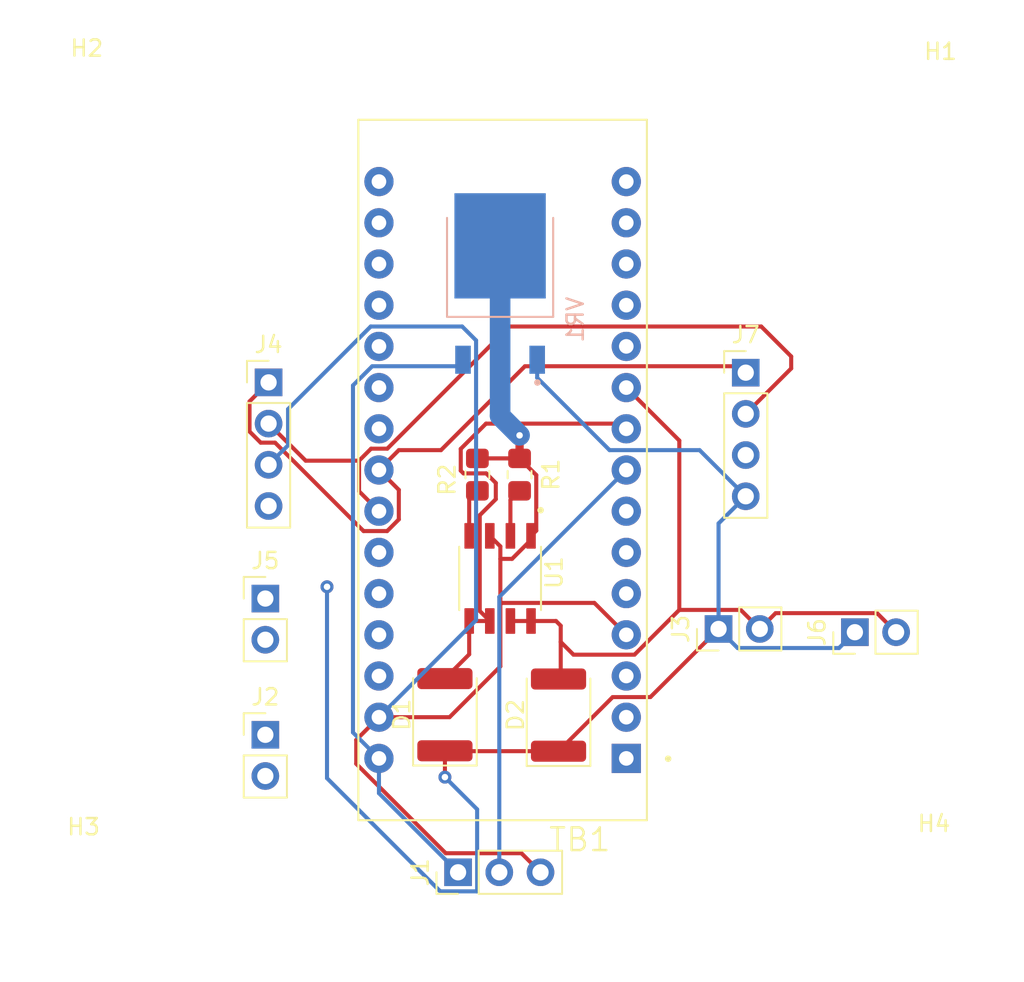
<source format=kicad_pcb>
(kicad_pcb (version 20211014) (generator pcbnew)
  (layers (0 "F.Cu" signal) (31 "B.Cu" signal) (34 "B.Paste" user) (35 "F.Paste" user) (36 "B.SilkS" user "B.Silkscreen") (37 "F.SilkS" user "F.Silkscreen") (38 "B.Mask" user) (39 "F.Mask" user) (44 "Edge.Cuts" user))
  (net 0 "")
  (net 1 "VCC")
  (net 2 "/SOL1")
  (net 3 "/SOL2")
  (net 4 "/LED")
  (net 5 "GND")
  (net 6 "/SDA")
  (net 7 "/SCL")
  (net 8 "/Gate 1")
  (net 9 "/Gate 2")
  (net 31 "/5V")
  (footprint "Connector_PinHeader_2.54mm:PinHeader_1x02_P2.54mm_Vertical" (layer "F.Cu") (at 147.6 93.725)
    (fp_text reference "J5" (at 0 -2.33) (layer "F.SilkS"))
    (fp_text value "Conn_01x02_Male")
    (fp_line (start -1.33 1.27) (end -1.33 3.87) (layer "F.SilkS") (width 0.12))
    (fp_line (start -1.33 0) (end -1.33 -1.33) (layer "F.SilkS") (width 0.12))
    (fp_line (start -1.33 -1.33) (end 0 -1.33) (layer "F.SilkS") (width 0.12))
    (fp_line (start -1.33 1.27) (end 1.33 1.27) (layer "F.SilkS") (width 0.12))
    (fp_line (start 1.33 1.27) (end 1.33 3.87) (layer "F.SilkS") (width 0.12))
    (fp_line (start -1.33 3.87) (end 1.33 3.87) (layer "F.SilkS") (width 0.12))
    (pad "1" thru_hole rect (at 0 0) (size 1.7 1.7) (drill 1) (layers *.Cu *.Mask) (net 1 "VCC"))
    (pad "2" thru_hole oval (at 0 2.54) (size 1.7 1.7) (drill 1) (layers *.Cu *.Mask) (net 2 "/SOL1"))
  )
  (footprint "footprints:MountingHole_3.2mm_M3" (layer "F.Cu") (at 189.2 64.2)
    (fp_text reference "H1" (at 0 -4.2) (layer "F.SilkS"))
    (fp_text value "MountingHole")
    (pad "" np_thru_hole circle locked (at 0 0) (size 3.2 3.2) (drill 3.2) (layers *.Cu *.Mask))
  )
  (footprint "Resistor_SMD:R_0805_2012Metric_Pad1.20x1.40mm_HandSolder" (layer "F.Cu") (at 163.265 86.085 -90)
    (fp_text reference "R1" (at 0 -1.935 90) (layer "F.SilkS"))
    (fp_text value "10k")
    (fp_line (start -0.227064 0.735) (end 0.227064 0.735) (layer "F.SilkS") (width 0.12))
    (fp_line (start -0.227064 -0.735) (end 0.227064 -0.735) (layer "F.SilkS") (width 0.12))
    (pad "1" smd roundrect (at -1 0 270) (size 1.2 1.4) (layers "F.Cu" "F.Paste" "F.Mask") (roundrect_rratio 0.208333) (net 5 "GND"))
    (pad "2" smd roundrect (at 1 0 270) (size 1.2 1.4) (layers "F.Cu" "F.Paste" "F.Mask") (roundrect_rratio 0.208333) (net 8 "/Gate 1"))
  )
  (footprint "Connector_PinHeader_2.54mm:PinHeader_1x04_P2.54mm_Vertical" (layer "F.Cu") (at 177.2 79.8)
    (fp_text reference "J7" (at 0 -2.33) (layer "F.SilkS"))
    (fp_text value "Conn_01x04_Male")
    (fp_line (start -1.33 -1.33) (end 0 -1.33) (layer "F.SilkS") (width 0.12))
    (fp_line (start 1.33 1.27) (end 1.33 8.95) (layer "F.SilkS") (width 0.12))
    (fp_line (start -1.33 1.27) (end -1.33 8.95) (layer "F.SilkS") (width 0.12))
    (fp_line (start -1.33 8.95) (end 1.33 8.95) (layer "F.SilkS") (width 0.12))
    (fp_line (start -1.33 1.27) (end 1.33 1.27) (layer "F.SilkS") (width 0.12))
    (fp_line (start -1.33 0) (end -1.33 -1.33) (layer "F.SilkS") (width 0.12))
    (pad "1" thru_hole rect (at 0 0) (size 1.7 1.7) (drill 1) (layers *.Cu *.Mask) (net 6 "/SDA"))
    (pad "2" thru_hole oval (at 0 2.54) (size 1.7 1.7) (drill 1) (layers *.Cu *.Mask) (net 7 "/SCL"))
    (pad "3" thru_hole oval (at 0 5.08) (size 1.7 1.7) (drill 1) (layers *.Cu *.Mask) (net 5 "GND"))
    (pad "4" thru_hole oval (at 0 7.62) (size 1.7 1.7) (drill 1) (layers *.Cu *.Mask) (net 1 "VCC"))
  )
  (footprint "Connector_PinHeader_2.54mm:PinHeader_1x02_P2.54mm_Vertical" (layer "F.Cu") (at 147.6 102.125)
    (fp_text reference "J2" (at 0 -2.33) (layer "F.SilkS"))
    (fp_text value "Conn_01x02_Male")
    (fp_line (start -1.33 1.27) (end 1.33 1.27) (layer "F.SilkS") (width 0.12))
    (fp_line (start 1.33 1.27) (end 1.33 3.87) (layer "F.SilkS") (width 0.12))
    (fp_line (start -1.33 0) (end -1.33 -1.33) (layer "F.SilkS") (width 0.12))
    (fp_line (start -1.33 -1.33) (end 0 -1.33) (layer "F.SilkS") (width 0.12))
    (fp_line (start -1.33 3.87) (end 1.33 3.87) (layer "F.SilkS") (width 0.12))
    (fp_line (start -1.33 1.27) (end -1.33 3.87) (layer "F.SilkS") (width 0.12))
    (pad "1" thru_hole rect (at 0 0) (size 1.7 1.7) (drill 1) (layers *.Cu *.Mask) (net 1 "VCC"))
    (pad "2" thru_hole oval (at 0 2.54) (size 1.7 1.7) (drill 1) (layers *.Cu *.Mask) (net 2 "/SOL1"))
  )
  (footprint ".pretty:SHIELD_ARDUINO_NANO" (layer "F.Cu") (at 162.22 85.8 180)
    (fp_text reference "TB1" (at -4.755 -22.789) (layer "F.SilkS") (effects (font (size 1.4 1.4))))
    (fp_text value "ARDUINO_NANO")
    (fp_line (start -8.89 -21.59) (end 8.89 -21.59) (layer "F.SilkS") (width 0.127))
    (fp_line (start -8.89 21.59) (end -8.89 -21.59) (layer "F.SilkS") (width 0.127))
    (fp_line (start 8.89 21.59) (end -8.89 21.59) (layer "F.SilkS") (width 0.127))
    (fp_line (start 8.89 -21.59) (end 8.89 21.59) (layer "F.SilkS") (width 0.127))
    (fp_circle (center -10.2 -17.8) (end -10.1 -17.8) (layer "F.SilkS") (width 0.2) (fill none))
    (pad "1" thru_hole rect locked (at -7.62 -17.78 180) (size 1.8 1.8) (drill 0.9) (layers *.Cu *.Mask))
    (pad "2" thru_hole circle locked (at -7.62 -15.24 180) (size 1.8 1.8) (drill 0.9) (layers *.Cu *.Mask))
    (pad "3" thru_hole circle locked (at -7.62 -12.7 180) (size 1.8 1.8) (drill 0.9) (layers *.Cu *.Mask))
    (pad "4" thru_hole circle locked (at -7.62 -10.16 180) (size 1.8 1.8) (drill 0.9) (layers *.Cu *.Mask) (net 5 "GND"))
    (pad "5" thru_hole circle locked (at -7.62 -7.62 180) (size 1.8 1.8) (drill 0.9) (layers *.Cu *.Mask))
    (pad "6" thru_hole circle locked (at -7.62 -5.08 180) (size 1.8 1.8) (drill 0.9) (layers *.Cu *.Mask))
    (pad "7" thru_hole circle locked (at -7.62 -2.54 180) (size 1.8 1.8) (drill 0.9) (layers *.Cu *.Mask))
    (pad "8" thru_hole circle locked (at -7.62 0 180) (size 1.8 1.8) (drill 0.9) (layers *.Cu *.Mask) (net 4 "/LED"))
    (pad "9" thru_hole circle locked (at -7.62 2.54 180) (size 1.8 1.8) (drill 0.9) (layers *.Cu *.Mask) (net 2 "/SOL1"))
    (pad "10" thru_hole circle locked (at -7.62 5.08 180) (size 1.8 1.8) (drill 0.9) (layers *.Cu *.Mask) (net 3 "/SOL2"))
    (pad "11" thru_hole circle locked (at -7.62 7.62 180) (size 1.8 1.8) (drill 0.9) (layers *.Cu *.Mask))
    (pad "12" thru_hole circle locked (at -7.62 10.16 180) (size 1.8 1.8) (drill 0.9) (layers *.Cu *.Mask))
    (pad "13" thru_hole circle locked (at -7.62 12.7 180) (size 1.8 1.8) (drill 0.9) (layers *.Cu *.Mask))
    (pad "14" thru_hole circle locked (at -7.62 15.24 180) (size 1.8 1.8) (drill 0.9) (layers *.Cu *.Mask))
    (pad "15" thru_hole circle locked (at -7.62 17.78 180) (size 1.8 1.8) (drill 0.9) (layers *.Cu *.Mask))
    (pad "16" thru_hole circle locked (at 7.62 17.78 180) (size 1.8 1.8) (drill 0.9) (layers *.Cu *.Mask))
    (pad "17" thru_hole circle locked (at 7.62 15.24 180) (size 1.8 1.8) (drill 0.9) (layers *.Cu *.Mask))
    (pad "18" thru_hole circle locked (at 7.62 12.7 180) (size 1.8 1.8) (drill 0.9) (layers *.Cu *.Mask))
    (pad "19" thru_hole circle locked (at 7.62 10.16 180) (size 1.8 1.8) (drill 0.9) (layers *.Cu *.Mask))
    (pad "20" thru_hole circle locked (at 7.62 7.62 180) (size 1.8 1.8) (drill 0.9) (layers *.Cu *.Mask))
    (pad "21" thru_hole circle locked (at 7.62 5.08 180) (size 1.8 1.8) (drill 0.9) (layers *.Cu *.Mask))
    (pad "22" thru_hole circle locked (at 7.62 2.54 180) (size 1.8 1.8) (drill 0.9) (layers *.Cu *.Mask))
    (pad "23" thru_hole circle locked (at 7.62 0 180) (size 1.8 1.8) (drill 0.9) (layers *.Cu *.Mask) (net 6 "/SDA"))
    (pad "24" thru_hole circle locked (at 7.62 -2.54 180) (size 1.8 1.8) (drill 0.9) (layers *.Cu *.Mask) (net 7 "/SCL"))
    (pad "25" thru_hole circle locked (at 7.62 -5.08 180) (size 1.8 1.8) (drill 0.9) (layers *.Cu *.Mask))
    (pad "26" thru_hole circle locked (at 7.62 -7.62 180) (size 1.8 1.8) (drill 0.9) (layers *.Cu *.Mask))
    (pad "27" thru_hole circle locked (at 7.62 -10.16 180) (size 1.8 1.8) (drill 0.9) (layers *.Cu *.Mask))
    (pad "28" thru_hole circle locked (at 7.62 -12.7 180) (size 1.8 1.8) (drill 0.9) (layers *.Cu *.Mask))
    (pad "29" thru_hole circle locked (at 7.62 -15.24 180) (size 1.8 1.8) (drill 0.9) (layers *.Cu *.Mask) (net 5 "GND"))
    (pad "30" thru_hole circle locked (at 7.62 -17.78 180) (size 1.8 1.8) (drill 0.9) (layers *.Cu *.Mask) (net 31 "/5V"))
  )
  (footprint "Diode_SMD:D_1812_4532Metric_Pad1.30x3.40mm_HandSolder" (layer "F.Cu") (at 165.665 100.91 90)
    (fp_text reference "D2" (at 0 -2.65 90) (layer "F.SilkS"))
    (fp_text value "D")
    (fp_line (start -3.135 -1.96) (end -3.135 1.96) (layer "F.SilkS") (width 0.12))
    (fp_line (start 2.25 -1.96) (end -3.135 -1.96) (layer "F.SilkS") (width 0.12))
    (fp_line (start -3.135 1.96) (end 2.25 1.96) (layer "F.SilkS") (width 0.12))
    (pad "1" smd roundrect (at -2.225 0 90) (size 1.3 3.4) (layers "F.Cu" "F.Paste" "F.Mask") (roundrect_rratio 0.192308) (net 1 "VCC"))
    (pad "2" smd roundrect (at 2.225 0 90) (size 1.3 3.4) (layers "F.Cu" "F.Paste" "F.Mask") (roundrect_rratio 0.192308) (net 3 "/SOL2"))
  )
  (footprint "Resistor_SMD:R_0805_2012Metric_Pad1.20x1.40mm_HandSolder" (layer "F.Cu") (at 160.665 86.085 -90)
    (fp_text reference "R2" (at 0.315 1.865 90) (layer "F.SilkS"))
    (fp_text value "10k")
    (fp_line (start -0.227064 -0.735) (end 0.227064 -0.735) (layer "F.SilkS") (width 0.12))
    (fp_line (start -0.227064 0.735) (end 0.227064 0.735) (layer "F.SilkS") (width 0.12))
    (pad "1" smd roundrect (at -1 0 270) (size 1.2 1.4) (layers "F.Cu" "F.Paste" "F.Mask") (roundrect_rratio 0.208333) (net 5 "GND"))
    (pad "2" smd roundrect (at 1 0 270) (size 1.2 1.4) (layers "F.Cu" "F.Paste" "F.Mask") (roundrect_rratio 0.208333) (net 9 "/Gate 2"))
  )
  (footprint "Connector_PinHeader_2.54mm:PinHeader_1x02_P2.54mm_Vertical" (layer "F.Cu") (at 175.525 95.6 90)
    (fp_text reference "J3" (at 0 -2.33 90) (layer "F.SilkS"))
    (fp_text value "Conn_01x02_Male")
    (fp_line (start 1.33 1.27) (end 1.33 3.87) (layer "F.SilkS") (width 0.12))
    (fp_line (start -1.33 -1.33) (end 0 -1.33) (layer "F.SilkS") (width 0.12))
    (fp_line (start -1.33 0) (end -1.33 -1.33) (layer "F.SilkS") (width 0.12))
    (fp_line (start -1.33 1.27) (end -1.33 3.87) (layer "F.SilkS") (width 0.12))
    (fp_line (start -1.33 1.27) (end 1.33 1.27) (layer "F.SilkS") (width 0.12))
    (fp_line (start -1.33 3.87) (end 1.33 3.87) (layer "F.SilkS") (width 0.12))
    (pad "1" thru_hole rect (at 0 0 90) (size 1.7 1.7) (drill 1) (layers *.Cu *.Mask) (net 1 "VCC"))
    (pad "2" thru_hole oval (at 0 2.54 90) (size 1.7 1.7) (drill 1) (layers *.Cu *.Mask) (net 3 "/SOL2"))
  )
  (footprint "Connector_PinHeader_2.54mm:PinHeader_1x04_P2.54mm_Vertical" (layer "F.Cu") (at 147.8 80.4)
    (fp_text reference "J4" (at 0 -2.33) (layer "F.SilkS"))
    (fp_text value "Conn_01x04_Male")
    (fp_line (start -1.33 0) (end -1.33 -1.33) (layer "F.SilkS") (width 0.12))
    (fp_line (start -1.33 1.27) (end -1.33 8.95) (layer "F.SilkS") (width 0.12))
    (fp_line (start -1.33 1.27) (end 1.33 1.27) (layer "F.SilkS") (width 0.12))
    (fp_line (start -1.33 -1.33) (end 0 -1.33) (layer "F.SilkS") (width 0.12))
    (fp_line (start 1.33 1.27) (end 1.33 8.95) (layer "F.SilkS") (width 0.12))
    (fp_line (start -1.33 8.95) (end 1.33 8.95) (layer "F.SilkS") (width 0.12))
    (pad "1" thru_hole rect (at 0 0) (size 1.7 1.7) (drill 1) (layers *.Cu *.Mask) (net 6 "/SDA"))
    (pad "2" thru_hole oval (at 0 2.54) (size 1.7 1.7) (drill 1) (layers *.Cu *.Mask) (net 7 "/SCL"))
    (pad "3" thru_hole oval (at 0 5.08) (size 1.7 1.7) (drill 1) (layers *.Cu *.Mask) (net 5 "GND"))
    (pad "4" thru_hole oval (at 0 7.62) (size 1.7 1.7) (drill 1) (layers *.Cu *.Mask) (net 1 "VCC"))
  )
  (footprint "footprints:MountingHole_3.2mm_M3" (layer "F.Cu") (at 136.4 112)
    (fp_text reference "H3" (at 0 -4.2) (layer "F.SilkS"))
    (fp_text value "MountingHole")
    (pad "" np_thru_hole circle locked (at 0 0) (size 3.2 3.2) (drill 3.2) (layers *.Cu *.Mask))
  )
  (footprint "Connector_PinHeader_2.54mm:PinHeader_1x02_P2.54mm_Vertical" (layer "F.Cu") (at 183.925 95.8 90)
    (fp_text reference "J6" (at 0 -2.33 90) (layer "F.SilkS"))
    (fp_text value "Conn_01x02_Male")
    (fp_line (start -1.33 3.87) (end 1.33 3.87) (layer "F.SilkS") (width 0.12))
    (fp_line (start -1.33 1.27) (end 1.33 1.27) (layer "F.SilkS") (width 0.12))
    (fp_line (start 1.33 1.27) (end 1.33 3.87) (layer "F.SilkS") (width 0.12))
    (fp_line (start -1.33 1.27) (end -1.33 3.87) (layer "F.SilkS") (width 0.12))
    (fp_line (start -1.33 -1.33) (end 0 -1.33) (layer "F.SilkS") (width 0.12))
    (fp_line (start -1.33 0) (end -1.33 -1.33) (layer "F.SilkS") (width 0.12))
    (pad "1" thru_hole rect (at 0 0 90) (size 1.7 1.7) (drill 1) (layers *.Cu *.Mask) (net 1 "VCC"))
    (pad "2" thru_hole oval (at 0 2.54 90) (size 1.7 1.7) (drill 1) (layers *.Cu *.Mask) (net 3 "/SOL2"))
  )
  (footprint "Diode_SMD:D_1812_4532Metric_Pad1.30x3.40mm_HandSolder" (layer "F.Cu") (at 158.665 100.885 90)
    (fp_text reference "D1" (at 0 -2.65 90) (layer "F.SilkS"))
    (fp_text value "D")
    (fp_line (start -3.135 1.96) (end 2.25 1.96) (layer "F.SilkS") (width 0.12))
    (fp_line (start -3.135 -1.96) (end -3.135 1.96) (layer "F.SilkS") (width 0.12))
    (fp_line (start 2.25 -1.96) (end -3.135 -1.96) (layer "F.SilkS") (width 0.12))
    (pad "1" smd roundrect (at -2.225 0 90) (size 1.3 3.4) (layers "F.Cu" "F.Paste" "F.Mask") (roundrect_rratio 0.192308) (net 1 "VCC"))
    (pad "2" smd roundrect (at 2.225 0 90) (size 1.3 3.4) (layers "F.Cu" "F.Paste" "F.Mask") (roundrect_rratio 0.192308) (net 2 "/SOL1"))
  )
  (footprint "footprints:MountingHole_3.2mm_M3" (layer "F.Cu") (at 188.8 111.8)
    (fp_text reference "H4" (at 0 -4.2) (layer "F.SilkS"))
    (fp_text value "MountingHole")
    (pad "" np_thru_hole circle locked (at 0 0) (size 3.2 3.2) (drill 3.2) (layers *.Cu *.Mask))
  )
  (footprint "Connector_PinHeader_2.54mm:PinHeader_1x03_P2.54mm_Vertical" (layer "F.Cu") (at 159.475 110.6 90)
    (fp_text reference "J1" (at 0 -2.33 90) (layer "F.SilkS"))
    (fp_text value "Conn_01x03_Male")
    (fp_line (start -1.33 0) (end -1.33 -1.33) (layer "F.SilkS") (width 0.12))
    (fp_line (start -1.33 6.41) (end 1.33 6.41) (layer "F.SilkS") (width 0.12))
    (fp_line (start 1.33 1.27) (end 1.33 6.41) (layer "F.SilkS") (width 0.12))
    (fp_line (start -1.33 -1.33) (end 0 -1.33) (layer "F.SilkS") (width 0.12))
    (fp_line (start -1.33 1.27) (end 1.33 1.27) (layer "F.SilkS") (width 0.12))
    (fp_line (start -1.33 1.27) (end -1.33 6.41) (layer "F.SilkS") (width 0.12))
    (pad "1" thru_hole rect (at 0 0 90) (size 1.7 1.7) (drill 1) (layers *.Cu *.Mask) (net 31 "/5V"))
    (pad "2" thru_hole oval (at 0 2.54 90) (size 1.7 1.7) (drill 1) (layers *.Cu *.Mask) (net 4 "/LED"))
    (pad "3" thru_hole oval (at 0 5.08 90) (size 1.7 1.7) (drill 1) (layers *.Cu *.Mask) (net 5 "GND"))
  )
  (footprint "footprints:MountingHole_3.2mm_M3" (layer "F.Cu") (at 136.6 64)
    (fp_text reference "H2" (at 0 -4.2) (layer "F.SilkS"))
    (fp_text value "MountingHole")
    (pad "" np_thru_hole circle locked (at 0 0) (size 3.2 3.2) (drill 3.2) (layers *.Cu *.Mask))
  )
  (footprint ".pretty:SOIC127P600X150-8N" (layer "F.Cu") (at 162.065 92.485 -90)
    (fp_text reference "U1" (at -0.355 -3.332 90) (layer "F.SilkS"))
    (fp_text value "DMN4026SSD")
    (fp_line (start -1.95 2.52) (end 1.95 2.52) (layer "F.SilkS") (width 0.127))
    (fp_line (start -1.95 -2.52) (end 1.95 -2.52) (layer "F.SilkS") (width 0.127))
    (fp_circle (center -4.205 -2.495) (end -4.105 -2.495) (layer "F.SilkS") (width 0.2) (fill none))
    (pad "1" smd roundrect locked (at -2.625 -1.905 270) (size 1.58 0.59) (layers "F.Cu" "F.Paste" "F.Mask") (roundrect_rratio 0.07) (net 5 "GND"))
    (pad "2" smd roundrect locked (at -2.625 -0.635 270) (size 1.58 0.59) (layers "F.Cu" "F.Paste" "F.Mask") (roundrect_rratio 0.07) (net 8 "/Gate 1"))
    (pad "3" smd roundrect locked (at -2.625 0.635 270) (size 1.58 0.59) (layers "F.Cu" "F.Paste" "F.Mask") (roundrect_rratio 0.07) (net 5 "GND"))
    (pad "4" smd roundrect locked (at -2.625 1.905 270) (size 1.58 0.59) (layers "F.Cu" "F.Paste" "F.Mask") (roundrect_rratio 0.07) (net 9 "/Gate 2"))
    (pad "5" smd roundrect locked (at 2.625 1.905 270) (size 1.58 0.59) (layers "F.Cu" "F.Paste" "F.Mask") (roundrect_rratio 0.07) (net 2 "/SOL1"))
    (pad "6" smd roundrect locked (at 2.625 0.635 270) (size 1.58 0.59) (layers "F.Cu" "F.Paste" "F.Mask") (roundrect_rratio 0.07) (net 2 "/SOL1"))
    (pad "7" smd roundrect locked (at 2.625 -0.635 270) (size 1.58 0.59) (layers "F.Cu" "F.Paste" "F.Mask") (roundrect_rratio 0.07) (net 3 "/SOL2"))
    (pad "8" smd roundrect locked (at 2.625 -1.905 270) (size 1.58 0.59) (layers "F.Cu" "F.Paste" "F.Mask") (roundrect_rratio 0.07) (net 3 "/SOL2"))
  )
  (footprint ".pretty:TO228P991X255-3N" (layer "B.Cu") (at 162.065 74.3025 90)
    (fp_text reference "VR1" (at -2.23 4.635 90) (layer "B.SilkS") (effects (justify mirror)))
    (fp_text value "LM78M05CDTX/NOPB")
    (fp_line (start 4.043 3.27) (end -2.058 3.27) (layer "B.SilkS") (width 0.127))
    (fp_line (start -2.058 3.27) (end -2.058 -3.27) (layer "B.SilkS") (width 0.127))
    (fp_line (start -2.058 -3.27) (end 4.043 -3.27) (layer "B.SilkS") (width 0.127))
    (fp_circle (center -6.105 2.3) (end -6.005 2.3) (layer "B.SilkS") (width 0.2) (fill none))
    (pad "1" smd rect locked (at -4.7 2.285 90) (size 1.73 0.96) (layers "B.Cu" "B.Paste" "B.Mask") (net 1 "VCC"))
    (pad "3" smd rect locked (at -4.7 -2.285 90) (size 1.73 0.96) (layers "B.Cu" "B.Paste" "B.Mask") (net 31 "/5V"))
    (pad "4" smd rect locked (at 2.32 0 90) (size 6.49 5.63) (layers "B.Cu" "B.Mask") (net 5 "GND"))
  )
  (segment (start 165.665 103.135) (end 169 99.8) (width 0.25) (layer "F.Cu") (net 1))
  (segment (start 158.69 103.135) (end 158.665 103.11) (width 0.25) (layer "F.Cu") (net 1))
  (segment (start 171.325 99.8) (end 175.525 95.6) (width 0.25) (layer "F.Cu") (net 1))
  (segment (start 158.665 103.11) (end 158.665 104.735) (width 0.25) (layer "F.Cu") (net 1))
  (segment (start 165.665 103.135) (end 158.69 103.135) (width 0.25) (layer "F.Cu") (net 1))
  (segment (start 169 99.8) (end 171.325 99.8) (width 0.25) (layer "F.Cu") (net 1))
  (segment (start 158.665 104.735) (end 158.6 104.8) (width 0.25) (layer "F.Cu") (net 1))
  (via (at 151.4 93) (size 0.8) (drill 0.4) (layers "F.Cu" "B.Cu") (net 1))
  (via (at 158.665 104.735) (size 0.8) (drill 0.4) (layers "F.Cu" "B.Cu") (net 1))
  (segment (start 175.525 89.095) (end 177.2 87.42) (width 0.25) (layer "B.Cu") (net 1))
  (segment (start 183.925 95.8) (end 182.950489 96.774511) (width 0.25) (layer "B.Cu") (net 1))
  (segment (start 174.355489 84.575489) (end 177.2 87.42) (width 0.25) (layer "B.Cu") (net 1))
  (segment (start 168.807989 84.575489) (end 174.355489 84.575489) (width 0.25) (layer "B.Cu") (net 1))
  (segment (start 176.699511 96.774511) (end 175.525 95.6) (width 0.25) (layer "B.Cu") (net 1))
  (segment (start 158.374511 111.774511) (end 151.4 104.8) (width 0.25) (layer "B.Cu") (net 1))
  (segment (start 158.665 104.735) (end 160.649511 106.719511) (width 0.25) (layer "B.Cu") (net 1))
  (segment (start 160.649511 106.719511) (end 160.649511 111.750489) (width 0.25) (layer "B.Cu") (net 1))
  (segment (start 160.649511 111.750489) (end 160.625489 111.774511) (width 0.25) (layer "B.Cu") (net 1))
  (segment (start 175.525 95.6) (end 175.525 89.095) (width 0.25) (layer "B.Cu") (net 1))
  (segment (start 151.4 104.8) (end 151.4 93) (width 0.25) (layer "B.Cu") (net 1))
  (segment (start 164.35 79.0025) (end 164.35 80.1175) (width 0.25) (layer "B.Cu") (net 1))
  (segment (start 160.625489 111.774511) (end 158.374511 111.774511) (width 0.25) (layer "B.Cu") (net 1))
  (segment (start 182.950489 96.774511) (end 176.699511 96.774511) (width 0.25) (layer "B.Cu") (net 1))
  (segment (start 164.35 80.1175) (end 168.807989 84.575489) (width 0.25) (layer "B.Cu") (net 1))
  (segment (start 161.197018 82.940489) (end 169.520489 82.940489) (width 0.25) (layer "F.Cu") (net 2))
  (segment (start 160.81048 88.58952) (end 161.8 87.6) (width 0.25) (layer "F.Cu") (net 2))
  (segment (start 161.8 87.6) (end 161.8 86.6) (width 0.25) (layer "F.Cu") (net 2))
  (segment (start 160.16 95.11) (end 160.16 97.165) (width 0.25) (layer "F.Cu") (net 2))
  (segment (start 159.64048 85.84048) (end 159.64048 84.497027) (width 0.25) (layer "F.Cu") (net 2))
  (segment (start 161.20952 86.00952) (end 159.80952 86.00952) (width 0.25) (layer "F.Cu") (net 2))
  (segment (start 159.64048 84.497027) (end 161.197018 82.940489) (width 0.25) (layer "F.Cu") (net 2))
  (segment (start 159.80952 86.00952) (end 159.64048 85.84048) (width 0.25) (layer "F.Cu") (net 2))
  (segment (start 160.16 97.165) (end 158.665 98.66) (width 0.25) (layer "F.Cu") (net 2))
  (segment (start 161.43 95.11) (end 160.81048 94.49048) (width 0.25) (layer "F.Cu") (net 2))
  (segment (start 161.43 95.11) (end 160.16 95.11) (width 0.25) (layer "F.Cu") (net 2))
  (segment (start 160.81048 94.49048) (end 160.81048 88.58952) (width 0.25) (layer "F.Cu") (net 2))
  (segment (start 169.520489 82.940489) (end 169.84 83.26) (width 0.25) (layer "F.Cu") (net 2))
  (segment (start 161.8 86.6) (end 161.20952 86.00952) (width 0.25) (layer "F.Cu") (net 2))
  (segment (start 165.8 98.55) (end 165.665 98.685) (width 0.25) (layer "F.Cu") (net 3))
  (segment (start 185.290489 94.625489) (end 186.465 95.8) (width 0.25) (layer "F.Cu") (net 3))
  (segment (start 165.8 96.4) (end 165.8 98.55) (width 0.25) (layer "F.Cu") (net 3))
  (segment (start 166.584511 97.184511) (end 170.34721 97.184511) (width 0.25) (layer "F.Cu") (net 3))
  (segment (start 173.106232 83.986232) (end 169.84 80.72) (width 0.25) (layer "F.Cu") (net 3))
  (segment (start 171.2 96.331721) (end 173.106232 94.425489) (width 0.25) (layer "F.Cu") (net 3))
  (segment (start 165.51 95.11) (end 165.8 95.4) (width 0.25) (layer "F.Cu") (net 3))
  (segment (start 162.7 95.11) (end 163.97 95.11) (width 0.25) (layer "F.Cu") (net 3))
  (segment (start 165.8 96.4) (end 166.584511 97.184511) (width 0.25) (layer "F.Cu") (net 3))
  (segment (start 165.8 95.4) (end 165.8 96.4) (width 0.25) (layer "F.Cu") (net 3))
  (segment (start 170.34721 97.184511) (end 171.2 96.331721) (width 0.25) (layer "F.Cu") (net 3))
  (segment (start 173.106232 94.425489) (end 176.890489 94.425489) (width 0.25) (layer "F.Cu") (net 3))
  (segment (start 179.039511 94.625489) (end 185.290489 94.625489) (width 0.25) (layer "F.Cu") (net 3))
  (segment (start 173.106232 94.425489) (end 173.106232 83.986232) (width 0.25) (layer "F.Cu") (net 3))
  (segment (start 163.97 95.11) (end 165.51 95.11) (width 0.25) (layer "F.Cu") (net 3))
  (segment (start 178.065 95.6) (end 179.039511 94.625489) (width 0.25) (layer "F.Cu") (net 3))
  (segment (start 176.890489 94.425489) (end 178.065 95.6) (width 0.25) (layer "F.Cu") (net 3))
  (segment (start 162.015 110.6) (end 162.015 93.625) (width 0.25) (layer "B.Cu") (net 4))
  (segment (start 162.015 93.625) (end 169.84 85.8) (width 0.25) (layer "B.Cu") (net 4))
  (segment (start 158.947493 101.04) (end 162.08048 97.907013) (width 0.25) (layer "F.Cu") (net 5))
  (segment (start 163.265 85.085) (end 164.29152 86.11152) (width 0.254) (layer "F.Cu") (net 5))
  (segment (start 162.08048 97.907013) (end 162.08048 94.08048) (width 0.25) (layer "F.Cu") (net 5))
  (segment (start 163.265 85.085) (end 163.265 83.665) (width 0.508) (layer "F.Cu") (net 5))
  (segment (start 160.665 85.085) (end 163.265 85.085) (width 0.254) (layer "F.Cu") (net 5))
  (segment (start 164.555 110.6) (end 163.380489 109.425489) (width 0.25) (layer "F.Cu") (net 5))
  (segment (start 162.799267 91.28048) (end 163.97 90.109747) (width 0.25) (layer "F.Cu") (net 5))
  (segment (start 162.08048 94.08048) (end 162.16548 93.99548) (width 0.25) (layer "F.Cu") (net 5))
  (segment (start 158.713768 109.425489) (end 153.2 103.911721) (width 0.25) (layer "F.Cu") (net 5))
  (segment (start 162.08048 94.08048) (end 162.08048 91.28048) (width 0.25) (layer "F.Cu") (net 5))
  (segment (start 162.08048 90.51048) (end 161.43 89.86) (width 0.25) (layer "F.Cu") (net 5))
  (segment (start 153.2 102.44) (end 154.6 101.04) (width 0.25) (layer "F.Cu") (net 5))
  (segment (start 164.29152 89.53848) (end 163.97 89.86) (width 0.254) (layer "F.Cu") (net 5))
  (segment (start 163.97 90.109747) (end 163.97 89.86) (width 0.25) (layer "F.Cu") (net 5))
  (segment (start 163.380489 109.425489) (end 158.713768 109.425489) (width 0.25) (layer "F.Cu") (net 5))
  (segment (start 164.29152 86.11152) (end 164.29152 89.53848) (width 0.254) (layer "F.Cu") (net 5))
  (segment (start 153.2 103.911721) (end 153.2 102.44) (width 0.25) (layer "F.Cu") (net 5))
  (segment (start 167.87548 93.99548) (end 169.84 95.96) (width 0.25) (layer "F.Cu") (net 5))
  (segment (start 154.6 101.04) (end 158.947493 101.04) (width 0.25) (layer "F.Cu") (net 5))
  (segment (start 162.16548 93.99548) (end 167.87548 93.99548) (width 0.25) (layer "F.Cu") (net 5))
  (segment (start 162.08048 91.28048) (end 162.799267 91.28048) (width 0.25) (layer "F.Cu") (net 5))
  (segment (start 162.08048 91.28048) (end 162.08048 90.51048) (width 0.25) (layer "F.Cu") (net 5))
  (segment (start 163.265 83.665) (end 163.2 83.6) (width 0.508) (layer "F.Cu") (net 5))
  (via (at 163.265 83.665) (size 0.8) (drill 0.4) (layers "F.Cu" "B.Cu") (net 5))
  (segment (start 160.584511 77.812989) (end 159.727011 76.955489) (width 0.25) (layer "B.Cu") (net 5))
  (segment (start 154.6 101.04) (end 160.584511 95.055489) (width 0.25) (layer "B.Cu") (net 5))
  (segment (start 159.727011 76.955489) (end 154.09279 76.955489) (width 0.25) (layer "B.Cu") (net 5))
  (segment (start 149 84.28) (end 147.8 85.48) (width 0.25) (layer "B.Cu") (net 5))
  (segment (start 149 82.048279) (end 149 84.28) (width 0.25) (layer "B.Cu") (net 5))
  (segment (start 160.584511 95.055489) (end 160.584511 77.812989) (width 0.25) (layer "B.Cu") (net 5))
  (segment (start 154.09279 76.955489) (end 149 82.048279) (width 0.25) (layer "B.Cu") (net 5))
  (segment (start 163.265 83.665) (end 162.065 82.465) (width 1.27) (layer "B.Cu") (net 5))
  (segment (start 162.065 82.465) (end 162.065 71.9825) (width 1.27) (layer "B.Cu") (net 5))
  (segment (start 154.6 85.8) (end 155.824511 87.024511) (width 0.25) (layer "F.Cu") (net 6))
  (segment (start 155.824511 88.84721) (end 155.10721 89.564511) (width 0.25) (layer "F.Cu") (net 6))
  (segment (start 176.804511 79.404511) (end 177.2 79.8) (width 0.25) (layer "F.Cu") (net 6))
  (segment (start 146.625489 83.426499) (end 146.625489 81.574511) (width 0.25) (layer "F.Cu") (net 6))
  (segment (start 154.6 85.8) (end 155.824511 84.575489) (width 0.25) (layer "F.Cu") (net 6))
  (segment (start 155.824511 84.575489) (end 158.424511 84.575489) (width 0.25) (layer "F.Cu") (net 6))
  (segment (start 155.10721 89.564511) (end 153.65 89.564511) (width 0.25) (layer "F.Cu") (net 6))
  (segment (start 146.625489 81.574511) (end 147.8 80.4) (width 0.25) (layer "F.Cu") (net 6))
  (segment (start 153.65 89.564511) (end 148.2 84.114511) (width 0.25) (layer "F.Cu") (net 6))
  (segment (start 155.824511 87.024511) (end 155.824511 88.84721) (width 0.25) (layer "F.Cu") (net 6))
  (segment (start 158.424511 84.575489) (end 163.595489 79.404511) (width 0.25) (layer "F.Cu") (net 6))
  (segment (start 148.2 84.114511) (end 147.313501 84.114511) (width 0.25) (layer "F.Cu") (net 6))
  (segment (start 147.313501 84.114511) (end 146.625489 83.426499) (width 0.25) (layer "F.Cu") (net 6))
  (segment (start 163.595489 79.404511) (end 176.804511 79.404511) (width 0.25) (layer "F.Cu") (net 6))
  (segment (start 153.375489 85.224511) (end 150.084511 85.224511) (width 0.25) (layer "F.Cu") (net 7))
  (segment (start 155.115489 84.484511) (end 162.644511 76.955489) (width 0.25) (layer "F.Cu") (net 7))
  (segment (start 150.084511 85.224511) (end 147.8 82.94) (width 0.25) (layer "F.Cu") (net 7))
  (segment (start 153.375489 85.224511) (end 154.115489 84.484511) (width 0.25) (layer "F.Cu") (net 7))
  (segment (start 178.155489 76.955489) (end 180 78.8) (width 0.25) (layer "F.Cu") (net 7))
  (segment (start 180 79.54) (end 177.2 82.34) (width 0.25) (layer "F.Cu") (net 7))
  (segment (start 154.115489 84.484511) (end 155.115489 84.484511) (width 0.25) (layer "F.Cu") (net 7))
  (segment (start 180 78.8) (end 180 79.54) (width 0.25) (layer "F.Cu") (net 7))
  (segment (start 162.644511 76.955489) (end 178.155489 76.955489) (width 0.25) (layer "F.Cu") (net 7))
  (segment (start 154.6 88.34) (end 153.375489 87.115489) (width 0.25) (layer "F.Cu") (net 7))
  (segment (start 153.375489 87.115489) (end 153.375489 85.224511) (width 0.25) (layer "F.Cu") (net 7))
  (segment (start 162.7 89.86) (end 162.7 87.65) (width 0.25) (layer "F.Cu") (net 8))
  (segment (start 162.7 87.65) (end 163.265 87.085) (width 0.25) (layer "F.Cu") (net 8))
  (segment (start 160.16 89.86) (end 160.16 87.59) (width 0.25) (layer "F.Cu") (net 9))
  (segment (start 160.16 87.59) (end 160.665 87.085) (width 0.25) (layer "F.Cu") (net 9))
  (segment (start 153 101.98) (end 154.6 103.58) (width 0.25) (layer "B.Cu") (net 31))
  (segment (start 153 80.588279) (end 153 101.98) (width 0.25) (layer "B.Cu") (net 31))
  (segment (start 159.78 79.0025) (end 159.377989 79.404511) (width 0.25) (layer "B.Cu") (net 31))
  (segment (start 159.377989 79.404511) (end 154.183768 79.404511) (width 0.25) (layer "B.Cu") (net 31))
  (segment (start 154.6 105.725) (end 159.475 110.6) (width 0.25) (layer "B.Cu") (net 31))
  (segment (start 154.6 103.58) (end 154.6 105.725) (width 0.25) (layer "B.Cu") (net 31))
  (segment (start 154.183768 79.404511) (end 153 80.588279) (width 0.25) (layer "B.Cu") (net 31))
)
</source>
